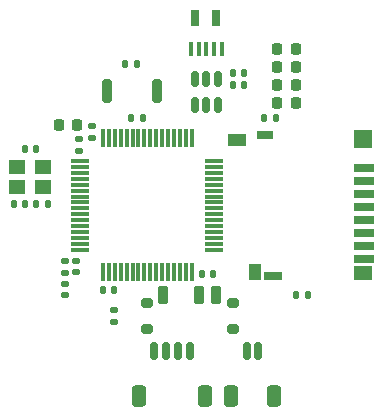
<source format=gbr>
%TF.GenerationSoftware,KiCad,Pcbnew,8.0.4*%
%TF.CreationDate,2024-12-05T11:14:02-05:00*%
%TF.ProjectId,IMpack,494d7061-636b-42e6-9b69-6361645f7063,rev?*%
%TF.SameCoordinates,Original*%
%TF.FileFunction,Paste,Top*%
%TF.FilePolarity,Positive*%
%FSLAX46Y46*%
G04 Gerber Fmt 4.6, Leading zero omitted, Abs format (unit mm)*
G04 Created by KiCad (PCBNEW 8.0.4) date 2024-12-05 11:14:02*
%MOMM*%
%LPD*%
G01*
G04 APERTURE LIST*
G04 Aperture macros list*
%AMRoundRect*
0 Rectangle with rounded corners*
0 $1 Rounding radius*
0 $2 $3 $4 $5 $6 $7 $8 $9 X,Y pos of 4 corners*
0 Add a 4 corners polygon primitive as box body*
4,1,4,$2,$3,$4,$5,$6,$7,$8,$9,$2,$3,0*
0 Add four circle primitives for the rounded corners*
1,1,$1+$1,$2,$3*
1,1,$1+$1,$4,$5*
1,1,$1+$1,$6,$7*
1,1,$1+$1,$8,$9*
0 Add four rect primitives between the rounded corners*
20,1,$1+$1,$2,$3,$4,$5,0*
20,1,$1+$1,$4,$5,$6,$7,0*
20,1,$1+$1,$6,$7,$8,$9,0*
20,1,$1+$1,$8,$9,$2,$3,0*%
%AMOutline4P*
0 Free polygon, 4 corners , with rotation*
0 The origin of the aperture is its center*
0 number of corners: always 4*
0 $1 to $8 corner X, Y*
0 $9 Rotation angle, in degrees counterclockwise*
0 create outline with 4 corners*
4,1,4,$1,$2,$3,$4,$5,$6,$7,$8,$1,$2,$9*%
G04 Aperture macros list end*
%ADD10RoundRect,0.218750X-0.218750X-0.256250X0.218750X-0.256250X0.218750X0.256250X-0.218750X0.256250X0*%
%ADD11RoundRect,0.140000X0.140000X0.170000X-0.140000X0.170000X-0.140000X-0.170000X0.140000X-0.170000X0*%
%ADD12RoundRect,0.150000X-0.150000X-0.625000X0.150000X-0.625000X0.150000X0.625000X-0.150000X0.625000X0*%
%ADD13RoundRect,0.250000X-0.350000X-0.650000X0.350000X-0.650000X0.350000X0.650000X-0.350000X0.650000X0*%
%ADD14RoundRect,0.140000X0.170000X-0.140000X0.170000X0.140000X-0.170000X0.140000X-0.170000X-0.140000X0*%
%ADD15RoundRect,0.147500X-0.147500X-0.172500X0.147500X-0.172500X0.147500X0.172500X-0.147500X0.172500X0*%
%ADD16RoundRect,0.225000X-0.225000X-0.250000X0.225000X-0.250000X0.225000X0.250000X-0.225000X0.250000X0*%
%ADD17RoundRect,0.135000X0.135000X0.185000X-0.135000X0.185000X-0.135000X-0.185000X0.135000X-0.185000X0*%
%ADD18RoundRect,0.140000X-0.140000X-0.170000X0.140000X-0.170000X0.140000X0.170000X-0.140000X0.170000X0*%
%ADD19RoundRect,0.147500X-0.172500X0.147500X-0.172500X-0.147500X0.172500X-0.147500X0.172500X0.147500X0*%
%ADD20RoundRect,0.200000X-0.200000X-0.600000X0.200000X-0.600000X0.200000X0.600000X-0.200000X0.600000X0*%
%ADD21RoundRect,0.200000X-0.300000X-0.200000X0.300000X-0.200000X0.300000X0.200000X-0.300000X0.200000X0*%
%ADD22RoundRect,0.135000X-0.135000X-0.185000X0.135000X-0.185000X0.135000X0.185000X-0.135000X0.185000X0*%
%ADD23RoundRect,0.075000X-0.700000X-0.075000X0.700000X-0.075000X0.700000X0.075000X-0.700000X0.075000X0*%
%ADD24RoundRect,0.075000X-0.075000X-0.700000X0.075000X-0.700000X0.075000X0.700000X-0.075000X0.700000X0*%
%ADD25RoundRect,0.140000X-0.170000X0.140000X-0.170000X-0.140000X0.170000X-0.140000X0.170000X0.140000X0*%
%ADD26RoundRect,0.135000X-0.185000X0.135000X-0.185000X-0.135000X0.185000X-0.135000X0.185000X0.135000X0*%
%ADD27RoundRect,0.150000X0.150000X-0.512500X0.150000X0.512500X-0.150000X0.512500X-0.150000X-0.512500X0*%
%ADD28RoundRect,0.200000X0.200000X0.800000X-0.200000X0.800000X-0.200000X-0.800000X0.200000X-0.800000X0*%
%ADD29R,1.400000X1.200000*%
%ADD30Outline4P,-0.200000X-0.625000X0.200000X-0.625000X0.200000X0.625000X-0.200000X0.625000X0.000000*%
%ADD31R,0.400000X1.250000*%
%ADD32Outline4P,-0.300000X-0.675000X0.300000X-0.675000X0.300000X0.675000X-0.300000X0.675000X0.000000*%
%ADD33R,1.750000X0.700000*%
%ADD34R,1.000000X1.450000*%
%ADD35R,1.550000X1.000000*%
%ADD36R,1.500000X0.800000*%
%ADD37R,1.500000X1.300000*%
%ADD38R,1.500000X1.500000*%
%ADD39R,1.400000X0.800000*%
G04 APERTURE END LIST*
D10*
%TO.C,D201*%
X106012500Y-86800000D03*
X107587500Y-86800000D03*
%TD*%
D11*
%TO.C,C306*%
X92180000Y-107190000D03*
X91220000Y-107190000D03*
%TD*%
%TO.C,C313*%
X84680000Y-99900000D03*
X83720000Y-99900000D03*
%TD*%
D12*
%TO.C,J701*%
X95600000Y-112300000D03*
X96600000Y-112300000D03*
X97600000Y-112300000D03*
X98600000Y-112300000D03*
D13*
X94300000Y-116175000D03*
X99900000Y-116175000D03*
%TD*%
D14*
%TO.C,C304*%
X89200000Y-95380000D03*
X89200000Y-94420000D03*
%TD*%
D15*
%TO.C,D401*%
X102215000Y-88800000D03*
X103185000Y-88800000D03*
%TD*%
D16*
%TO.C,C301*%
X87525000Y-93200000D03*
X89075000Y-93200000D03*
%TD*%
D17*
%TO.C,R304*%
X86610000Y-99900000D03*
X85590000Y-99900000D03*
%TD*%
D10*
%TO.C,D301*%
X106012500Y-91300000D03*
X107587500Y-91300000D03*
%TD*%
%TO.C,D203*%
X106012500Y-88300000D03*
X107587500Y-88300000D03*
%TD*%
D11*
%TO.C,C311*%
X85580000Y-95200000D03*
X84620000Y-95200000D03*
%TD*%
D18*
%TO.C,C307*%
X99620000Y-105790000D03*
X100580000Y-105790000D03*
%TD*%
D19*
%TO.C,D302*%
X88000000Y-106615000D03*
X88000000Y-107585000D03*
%TD*%
D20*
%TO.C,SW201*%
X96350000Y-107600000D03*
X99350000Y-107600000D03*
X100850000Y-107600000D03*
D21*
X94950000Y-108300000D03*
X94950000Y-110500000D03*
X102250000Y-108300000D03*
X102250000Y-110500000D03*
%TD*%
D22*
%TO.C,R303*%
X93090000Y-88000000D03*
X94110000Y-88000000D03*
%TD*%
D23*
%TO.C,U301*%
X89325000Y-96250000D03*
X89325000Y-96750000D03*
X89325000Y-97250000D03*
X89325000Y-97750000D03*
X89325000Y-98250000D03*
X89325000Y-98750000D03*
X89325000Y-99250000D03*
X89325000Y-99750000D03*
X89325000Y-100250000D03*
X89325000Y-100750000D03*
X89325000Y-101250000D03*
X89325000Y-101750000D03*
X89325000Y-102250000D03*
X89325000Y-102750000D03*
X89325000Y-103250000D03*
X89325000Y-103750000D03*
D24*
X91250000Y-105675000D03*
X91750000Y-105675000D03*
X92250000Y-105675000D03*
X92750000Y-105675000D03*
X93250000Y-105675000D03*
X93750000Y-105675000D03*
X94250000Y-105675000D03*
X94750000Y-105675000D03*
X95250000Y-105675000D03*
X95750000Y-105675000D03*
X96250000Y-105675000D03*
X96750000Y-105675000D03*
X97250000Y-105675000D03*
X97750000Y-105675000D03*
X98250000Y-105675000D03*
X98750000Y-105675000D03*
D23*
X100675000Y-103750000D03*
X100675000Y-103250000D03*
X100675000Y-102750000D03*
X100675000Y-102250000D03*
X100675000Y-101750000D03*
X100675000Y-101250000D03*
X100675000Y-100750000D03*
X100675000Y-100250000D03*
X100675000Y-99750000D03*
X100675000Y-99250000D03*
X100675000Y-98750000D03*
X100675000Y-98250000D03*
X100675000Y-97750000D03*
X100675000Y-97250000D03*
X100675000Y-96750000D03*
X100675000Y-96250000D03*
D24*
X98750000Y-94325000D03*
X98250000Y-94325000D03*
X97750000Y-94325000D03*
X97250000Y-94325000D03*
X96750000Y-94325000D03*
X96250000Y-94325000D03*
X95750000Y-94325000D03*
X95250000Y-94325000D03*
X94750000Y-94325000D03*
X94250000Y-94325000D03*
X93750000Y-94325000D03*
X93250000Y-94325000D03*
X92750000Y-94325000D03*
X92250000Y-94325000D03*
X91750000Y-94325000D03*
X91250000Y-94325000D03*
%TD*%
D25*
%TO.C,C312*%
X89000000Y-104720000D03*
X89000000Y-105680000D03*
%TD*%
D12*
%TO.C,J201*%
X103400000Y-112300000D03*
X104400000Y-112300000D03*
D13*
X102100000Y-116175000D03*
X105700000Y-116175000D03*
%TD*%
D17*
%TO.C,R301*%
X105910000Y-92600000D03*
X104890000Y-92600000D03*
%TD*%
D26*
%TO.C,R601*%
X92200000Y-108890000D03*
X92200000Y-109910000D03*
%TD*%
D27*
%TO.C,U401*%
X99050000Y-91537500D03*
X100000000Y-91537500D03*
X100950000Y-91537500D03*
X100950000Y-89262500D03*
X100000000Y-89262500D03*
X99050000Y-89262500D03*
%TD*%
D17*
%TO.C,R302*%
X94610000Y-92600000D03*
X93590000Y-92600000D03*
%TD*%
D18*
%TO.C,C401*%
X102220000Y-89800000D03*
X103180000Y-89800000D03*
%TD*%
D28*
%TO.C,SW301*%
X95800000Y-90300000D03*
X91600000Y-90300000D03*
%TD*%
D17*
%TO.C,R603*%
X108610000Y-107600000D03*
X107590000Y-107600000D03*
%TD*%
D29*
%TO.C,Y301*%
X86200000Y-96750000D03*
X84000000Y-96750000D03*
X84000000Y-98450000D03*
X86200000Y-98450000D03*
%TD*%
D14*
%TO.C,C302*%
X90300000Y-94280000D03*
X90300000Y-93320000D03*
%TD*%
D30*
%TO.C,J401*%
X101300000Y-86800000D03*
D31*
X100650000Y-86800000D03*
X100000000Y-86800000D03*
X99350000Y-86800000D03*
X98700000Y-86800000D03*
D32*
X99025000Y-84125000D03*
X100800000Y-84125000D03*
%TD*%
D33*
%TO.C,J501*%
X113350000Y-96825000D03*
X113350000Y-97925000D03*
X113350000Y-99025000D03*
X113350000Y-100125000D03*
X113350000Y-101225000D03*
X113350000Y-102325000D03*
X113350000Y-103425000D03*
X113350000Y-104525000D03*
D34*
X104125000Y-105650000D03*
D35*
X102550000Y-94425000D03*
D36*
X105625000Y-105975000D03*
D37*
X113225000Y-105725000D03*
D38*
X113225000Y-94375000D03*
D39*
X104975000Y-94025000D03*
%TD*%
D19*
%TO.C,D303*%
X88000000Y-104715000D03*
X88000000Y-105685000D03*
%TD*%
D10*
%TO.C,D202*%
X106012500Y-89800000D03*
X107587500Y-89800000D03*
%TD*%
M02*

</source>
